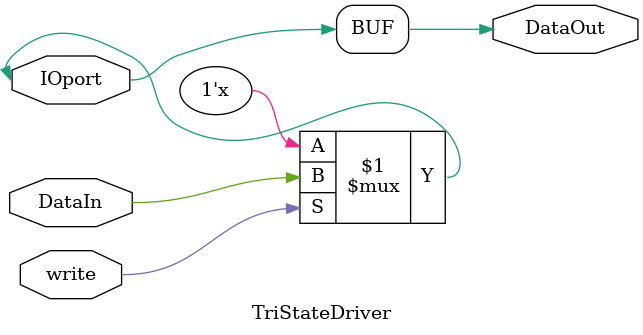
<source format=v>


module TriStateDriver(
	input write,
	input DataIn,
	
	output DataOut,
	
	inout IOport
);

assign IOport = write ? DataIn : 1'bz; // To drive the inout net
assign DataOut = IOport; // To read from inout net


endmodule

</source>
